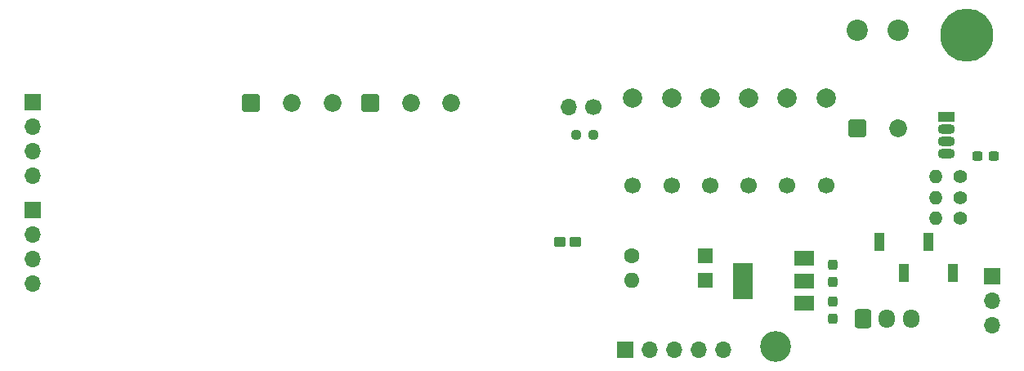
<source format=gbs>
G04 #@! TF.GenerationSoftware,KiCad,Pcbnew,(6.0.2)*
G04 #@! TF.CreationDate,2022-03-23T19:36:03+01:00*
G04 #@! TF.ProjectId,ProjectTamiya_TX,50726f6a-6563-4745-9461-6d6979615f54,rev?*
G04 #@! TF.SameCoordinates,PX3750280PY4f27ac0*
G04 #@! TF.FileFunction,Soldermask,Bot*
G04 #@! TF.FilePolarity,Negative*
%FSLAX46Y46*%
G04 Gerber Fmt 4.6, Leading zero omitted, Abs format (unit mm)*
G04 Created by KiCad (PCBNEW (6.0.2)) date 2022-03-23 19:36:03*
%MOMM*%
%LPD*%
G01*
G04 APERTURE LIST*
G04 Aperture macros list*
%AMRoundRect*
0 Rectangle with rounded corners*
0 $1 Rounding radius*
0 $2 $3 $4 $5 $6 $7 $8 $9 X,Y pos of 4 corners*
0 Add a 4 corners polygon primitive as box body*
4,1,4,$2,$3,$4,$5,$6,$7,$8,$9,$2,$3,0*
0 Add four circle primitives for the rounded corners*
1,1,$1+$1,$2,$3*
1,1,$1+$1,$4,$5*
1,1,$1+$1,$6,$7*
1,1,$1+$1,$8,$9*
0 Add four rect primitives between the rounded corners*
20,1,$1+$1,$2,$3,$4,$5,0*
20,1,$1+$1,$4,$5,$6,$7,0*
20,1,$1+$1,$6,$7,$8,$9,0*
20,1,$1+$1,$8,$9,$2,$3,0*%
G04 Aperture macros list end*
%ADD10C,5.500000*%
%ADD11R,1.700000X1.700000*%
%ADD12O,1.700000X1.700000*%
%ADD13C,1.400000*%
%ADD14O,1.400000X1.400000*%
%ADD15RoundRect,0.250000X-0.675000X-0.675000X0.675000X-0.675000X0.675000X0.675000X-0.675000X0.675000X0*%
%ADD16C,1.850000*%
%ADD17RoundRect,0.250000X-0.600000X-0.725000X0.600000X-0.725000X0.600000X0.725000X-0.600000X0.725000X0*%
%ADD18O,1.700000X1.950000*%
%ADD19C,1.700000*%
%ADD20C,3.200000*%
%ADD21C,1.600000*%
%ADD22O,1.600000X1.600000*%
%ADD23R,1.600000X1.600000*%
%ADD24RoundRect,0.237500X-0.300000X-0.237500X0.300000X-0.237500X0.300000X0.237500X-0.300000X0.237500X0*%
%ADD25R,1.800000X1.070000*%
%ADD26O,1.800000X1.070000*%
%ADD27RoundRect,0.237500X0.250000X0.237500X-0.250000X0.237500X-0.250000X-0.237500X0.250000X-0.237500X0*%
%ADD28R,1.000000X1.900000*%
%ADD29C,2.000000*%
%ADD30RoundRect,0.237500X0.237500X-0.300000X0.237500X0.300000X-0.237500X0.300000X-0.237500X-0.300000X0*%
%ADD31RoundRect,0.237500X-0.237500X0.300000X-0.237500X-0.300000X0.237500X-0.300000X0.237500X0.300000X0*%
%ADD32R,2.000000X1.500000*%
%ADD33R,2.000000X3.800000*%
%ADD34RoundRect,0.250000X-0.375000X-0.275000X0.375000X-0.275000X0.375000X0.275000X-0.375000X0.275000X0*%
%ADD35C,2.200000*%
G04 APERTURE END LIST*
D10*
X101250000Y34750000D03*
D11*
X4427000Y16696000D03*
D12*
X4427000Y14156000D03*
X4427000Y11616000D03*
X4427000Y9076000D03*
D11*
X65830000Y2228000D03*
D12*
X68370000Y2228000D03*
X70910000Y2228000D03*
X73450000Y2228000D03*
X75990000Y2228000D03*
D13*
X100496000Y17976000D03*
D14*
X97956000Y17976000D03*
D13*
X100496000Y15817000D03*
D14*
X97956000Y15817000D03*
D15*
X39400000Y27755000D03*
D16*
X43600000Y27755000D03*
X47800000Y27755000D03*
D17*
X90416000Y5424000D03*
D18*
X92916000Y5424000D03*
X95416000Y5424000D03*
D19*
X62546500Y27374000D03*
D12*
X60006500Y27374000D03*
D20*
X81400000Y2500000D03*
D15*
X27072000Y27755000D03*
D16*
X31272000Y27755000D03*
X35472000Y27755000D03*
D13*
X100496000Y20135000D03*
D14*
X97956000Y20135000D03*
D21*
X66502500Y11885000D03*
D22*
X66502500Y9345000D03*
D23*
X74122500Y9345000D03*
X74122500Y11885000D03*
D11*
X4427000Y27872000D03*
D12*
X4427000Y25332000D03*
X4427000Y22792000D03*
X4427000Y20252000D03*
D11*
X103798000Y9833000D03*
D12*
X103798000Y7293000D03*
X103798000Y4753000D03*
D24*
X102300500Y22294000D03*
X104025500Y22294000D03*
D25*
X99100000Y26310000D03*
D26*
X99100000Y25040000D03*
X99100000Y23770000D03*
X99100000Y22500000D03*
D27*
X62546500Y24453000D03*
X60721500Y24453000D03*
D28*
X99734000Y10103000D03*
X97194000Y13403000D03*
X94654000Y10103000D03*
X92114000Y13403000D03*
D29*
X74620000Y28243000D03*
X86620000Y28243000D03*
X66620000Y28243000D03*
X78620000Y28243000D03*
X82620000Y28243000D03*
X70620000Y28243000D03*
D19*
X66620000Y19243000D03*
X70620000Y19243000D03*
X74620000Y19243000D03*
X78620000Y19243000D03*
X82620000Y19243000D03*
X86620000Y19243000D03*
D30*
X87288000Y9239500D03*
X87288000Y10964500D03*
D31*
X87288000Y7154500D03*
X87288000Y5429500D03*
D32*
X84342000Y11640000D03*
D33*
X78042000Y9340000D03*
D32*
X84342000Y9340000D03*
X84342000Y7040000D03*
D34*
X59056000Y13404000D03*
X60656000Y13404000D03*
D35*
X94087000Y35305000D03*
X89887000Y35305000D03*
D15*
X89887000Y25105000D03*
D16*
X94087000Y25105000D03*
M02*

</source>
